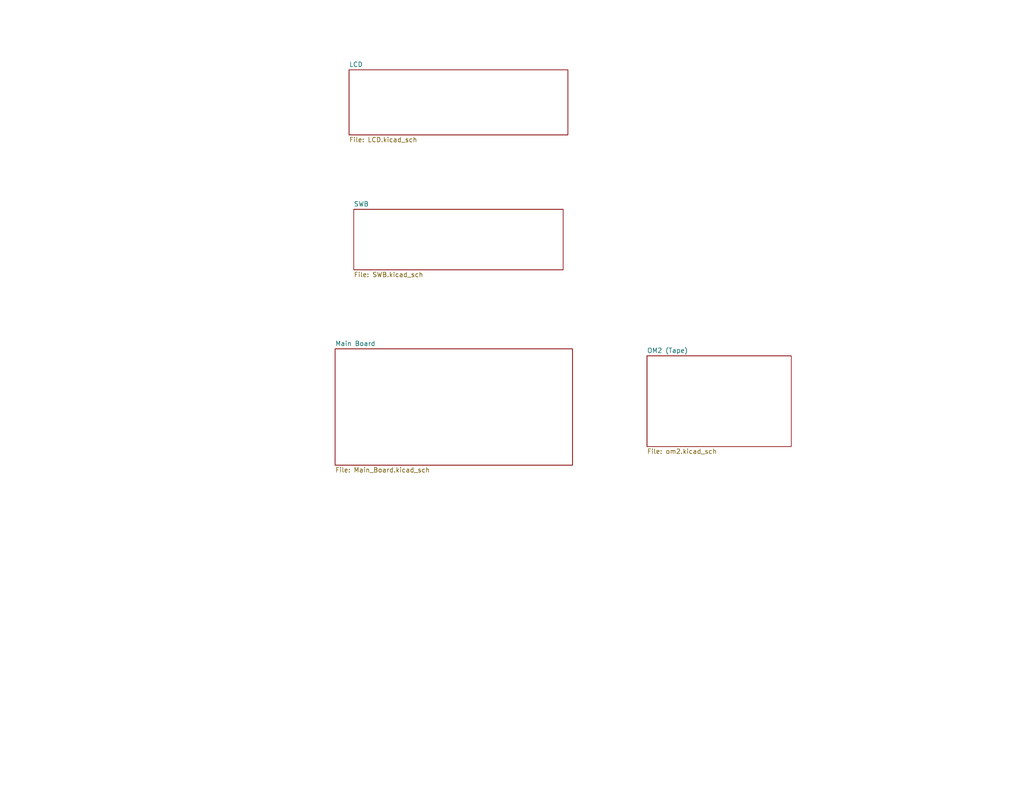
<source format=kicad_sch>
(kicad_sch (version 20211123) (generator eeschema)
  (paper "USLetter")
  (title_block (title "Lenoxx Sound CD-160"))
  (lib_symbols)
  (sheet (at 96.52 57.15) (size 57.15 16.51) (stroke (width 0.1524))
    (property "Sheet name" "SWB" (at 96.52 56.4384 0) (effects (justify left bottom)))
    (property "Sheet file" "SWB.kicad_sch" (at 96.52 74.2446 0) (effects (justify left top)))
  )
  (sheet (at 91.44 95.25) (size 64.77 31.75) (stroke (width 0.1524))
    (property "Sheet name" "Main Board" (at 91.44 94.5384 0) (effects (justify left bottom)))
    (property "Sheet file" "Main_Board.kicad_sch" (at 91.44 127.5846 0) (effects (justify left top)))
  )
  (sheet (at 95.25 19.05) (size 59.69 17.78) (stroke (width 0.1524))
    (property "Sheet name" "LCD" (at 95.25 18.3384 0) (effects (justify left bottom)))
    (property "Sheet file" "LCD.kicad_sch" (at 95.25 37.4146 0) (effects (justify left top)))
  )
  (sheet (at 176.53 97.155) (size 39.37 24.765) (stroke (width 0.1524))
    (property "Sheet name" "OM2 (Tape)" (at 176.53 96.4434 0) (effects (justify left bottom)))
    (property "Sheet file" "om2.kicad_sch" (at 176.53 122.5046 0) (effects (justify left top)))
  )
)
</source>
